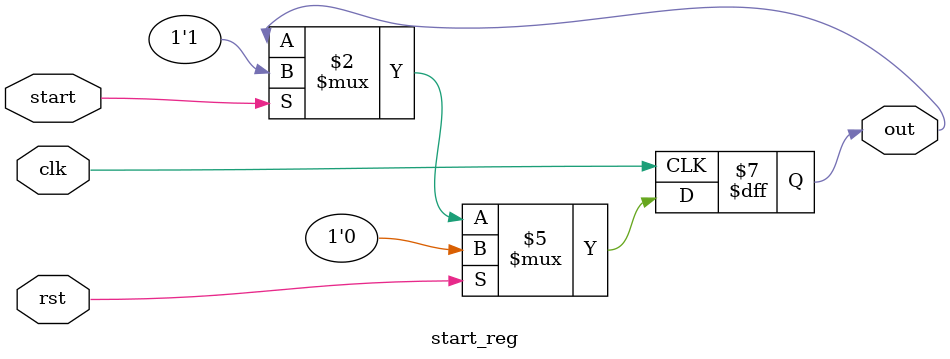
<source format=v>
module start_reg (
    input wire clk,
    input wire rst,       // Active high reset
    input wire start,
    output reg out);        

    always @(posedge clk) begin
        if (rst)
            out <= 1'b0;
        else if (start)
            out <= 1'b1;
    end

endmodule

</source>
